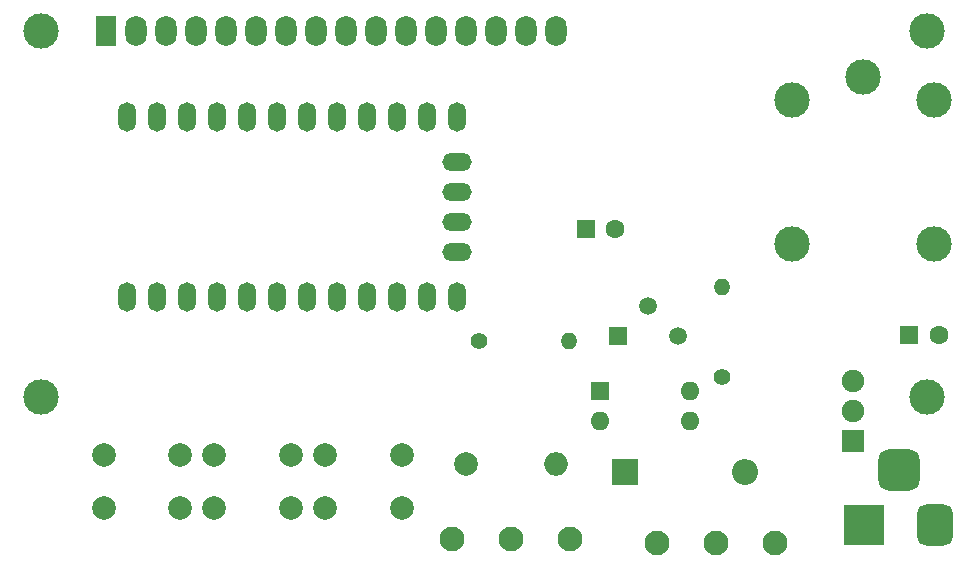
<source format=gbr>
%TF.GenerationSoftware,KiCad,Pcbnew,(6.0.0)*%
%TF.CreationDate,2022-02-01T13:32:59+07:00*%
%TF.ProjectId,egg_pro_mini,6567675f-7072-46f5-9f6d-696e692e6b69,rev?*%
%TF.SameCoordinates,Original*%
%TF.FileFunction,Soldermask,Bot*%
%TF.FilePolarity,Negative*%
%FSLAX46Y46*%
G04 Gerber Fmt 4.6, Leading zero omitted, Abs format (unit mm)*
G04 Created by KiCad (PCBNEW (6.0.0)) date 2022-02-01 13:32:59*
%MOMM*%
%LPD*%
G01*
G04 APERTURE LIST*
G04 Aperture macros list*
%AMRoundRect*
0 Rectangle with rounded corners*
0 $1 Rounding radius*
0 $2 $3 $4 $5 $6 $7 $8 $9 X,Y pos of 4 corners*
0 Add a 4 corners polygon primitive as box body*
4,1,4,$2,$3,$4,$5,$6,$7,$8,$9,$2,$3,0*
0 Add four circle primitives for the rounded corners*
1,1,$1+$1,$2,$3*
1,1,$1+$1,$4,$5*
1,1,$1+$1,$6,$7*
1,1,$1+$1,$8,$9*
0 Add four rect primitives between the rounded corners*
20,1,$1+$1,$2,$3,$4,$5,0*
20,1,$1+$1,$4,$5,$6,$7,0*
20,1,$1+$1,$6,$7,$8,$9,0*
20,1,$1+$1,$8,$9,$2,$3,0*%
G04 Aperture macros list end*
%ADD10C,1.400000*%
%ADD11O,1.400000X1.400000*%
%ADD12C,2.000000*%
%ADD13O,2.000000X2.000000*%
%ADD14O,1.500000X2.500000*%
%ADD15O,2.500000X1.500000*%
%ADD16R,1.910000X1.910000*%
%ADD17C,1.910000*%
%ADD18C,3.000000*%
%ADD19R,1.800000X2.600000*%
%ADD20O,1.800000X2.600000*%
%ADD21R,3.500000X3.500000*%
%ADD22RoundRect,0.750000X0.750000X1.000000X-0.750000X1.000000X-0.750000X-1.000000X0.750000X-1.000000X0*%
%ADD23RoundRect,0.875000X0.875000X0.875000X-0.875000X0.875000X-0.875000X-0.875000X0.875000X-0.875000X0*%
%ADD24R,1.500000X1.500000*%
%ADD25C,1.500000*%
%ADD26C,2.100000*%
%ADD27R,2.200000X2.200000*%
%ADD28O,2.200000X2.200000*%
%ADD29R,1.600000X1.600000*%
%ADD30O,1.600000X1.600000*%
%ADD31C,1.600000*%
G04 APERTURE END LIST*
D10*
%TO.C,R2*%
X160900000Y-83910000D03*
D11*
X160900000Y-76290000D03*
%TD*%
D12*
%TO.C,SW3*%
X127320000Y-95010000D03*
X133820000Y-95010000D03*
X127320000Y-90510000D03*
X133820000Y-90510000D03*
%TD*%
%TO.C,R3*%
X139180000Y-91250000D03*
D13*
X146800000Y-91250000D03*
%TD*%
D14*
%TO.C,U2*%
X138430000Y-61870000D03*
X135890000Y-61870000D03*
X133350000Y-61870000D03*
X130810000Y-61870000D03*
X128270000Y-61870000D03*
X125730000Y-61870000D03*
X123190000Y-61870000D03*
X120650000Y-61870000D03*
X118110000Y-61870000D03*
X115570000Y-61870000D03*
X113030000Y-61870000D03*
X110490000Y-61870000D03*
X110490000Y-77110000D03*
X113030000Y-77110000D03*
X115570000Y-77110000D03*
X118110000Y-77110000D03*
X120650000Y-77110000D03*
X123190000Y-77110000D03*
X125730000Y-77110000D03*
X128270000Y-77110000D03*
X130810000Y-77110000D03*
X133350000Y-77110000D03*
X135890000Y-77110000D03*
X138430000Y-77110000D03*
D15*
X138430000Y-73300000D03*
X138430000Y-70760000D03*
X138430000Y-68220000D03*
X138430000Y-65680000D03*
%TD*%
D16*
%TO.C,U3*%
X172008000Y-89350000D03*
D17*
X172008000Y-86800000D03*
X172008000Y-84250000D03*
%TD*%
D18*
%TO.C,DS1*%
X103231125Y-85645700D03*
X178229705Y-85645700D03*
X178230225Y-54645000D03*
X103231125Y-54645000D03*
D19*
X108730225Y-54645000D03*
D20*
X111270225Y-54645000D03*
X113810225Y-54645000D03*
X116350225Y-54645000D03*
X118890225Y-54645000D03*
X121430225Y-54645000D03*
X123970225Y-54645000D03*
X126510225Y-54645000D03*
X129050225Y-54645000D03*
X131590225Y-54645000D03*
X134130225Y-54645000D03*
X136670225Y-54645000D03*
X139210225Y-54645000D03*
X141750225Y-54645000D03*
X144290225Y-54645000D03*
X146830225Y-54645000D03*
%TD*%
D21*
%TO.C,J3*%
X172900000Y-96467500D03*
D22*
X178900000Y-96467500D03*
D23*
X175900000Y-91767500D03*
%TD*%
D24*
%TO.C,Q1*%
X152110000Y-80450000D03*
D25*
X154650000Y-77910000D03*
X157190000Y-80450000D03*
%TD*%
D10*
%TO.C,R1*%
X140330000Y-80830000D03*
D11*
X147950000Y-80830000D03*
%TD*%
D26*
%TO.C,J2*%
X155370000Y-97970000D03*
X160370000Y-97970000D03*
X165370000Y-97970000D03*
%TD*%
D27*
%TO.C,D1*%
X152640000Y-91930000D03*
D28*
X162800000Y-91930000D03*
%TD*%
D29*
%TO.C,U1*%
X150600000Y-85075000D03*
D30*
X150600000Y-87615000D03*
X158220000Y-87615000D03*
X158220000Y-85075000D03*
%TD*%
D26*
%TO.C,J1*%
X138060000Y-97620000D03*
X143060000Y-97620000D03*
X148060000Y-97620000D03*
%TD*%
D12*
%TO.C,SW1*%
X115030000Y-94990000D03*
X108530000Y-94990000D03*
X115030000Y-90490000D03*
X108530000Y-90490000D03*
%TD*%
%TO.C,SW2*%
X117900000Y-95000000D03*
X124400000Y-95000000D03*
X124400000Y-90500000D03*
X117900000Y-90500000D03*
%TD*%
D18*
%TO.C,K1*%
X172830000Y-58470000D03*
X166830000Y-72670000D03*
X178830000Y-72670000D03*
X178830000Y-60470000D03*
X166830000Y-60470000D03*
%TD*%
D29*
%TO.C,C3*%
X149364888Y-71380000D03*
D31*
X151864888Y-71380000D03*
%TD*%
D29*
%TO.C,C1*%
X176754888Y-80340000D03*
D31*
X179254888Y-80340000D03*
%TD*%
M02*

</source>
